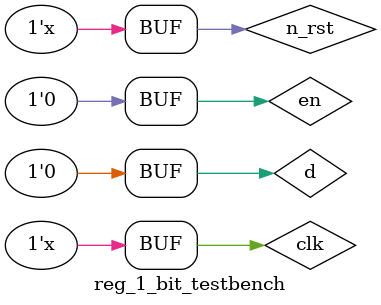
<source format=sv>
`timescale 1ns / 1ps

module reg_1_bit_testbench();

    reg d;
    reg en;
    reg n_rst;
    reg clk;
    wire q;
    
    reg_1_bit reg1(
        .d(d),
        .en(en),
        .n_rst(n_rst),
        .clk(clk),
        .q(q)
    );
    
    initial 
    begin
        clk = 1'b0;
        d = 1'b0;
        n_rst = 1'b1;
        en = 1'b0;
    end
    
    always #1 clk = ~ clk;
    always #2 if (n_rst) begin n_rst = ~n_rst; end 
endmodule

</source>
